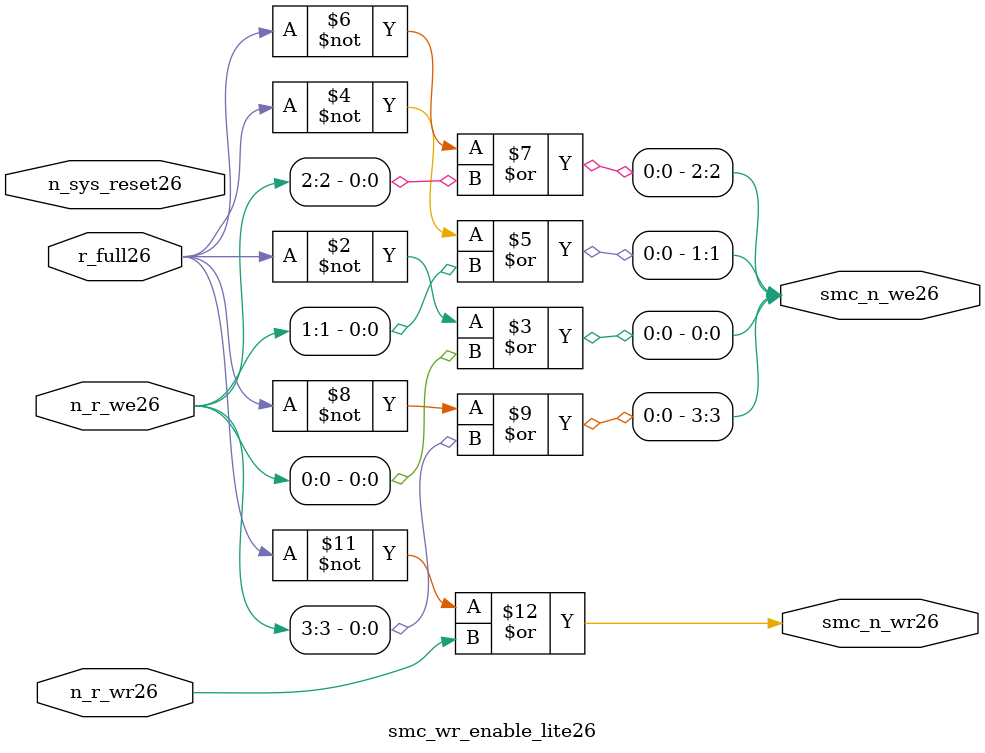
<source format=v>


  module smc_wr_enable_lite26 (

                      //inputs26                      

                      n_sys_reset26,
                      r_full26,
                      n_r_we26,
                      n_r_wr26,

                      //outputs26

                      smc_n_we26,
                      smc_n_wr26);

//I26/O26
   
   input             n_sys_reset26;   //system reset
   input             r_full26;    // Full cycle write strobe26
   input [3:0]       n_r_we26;    //write enable from smc_strobe26
   input             n_r_wr26;    //write strobe26 from smc_strobe26
   output [3:0]      smc_n_we26;  // write enable (active low26)
   output            smc_n_wr26;  // write strobe26 (active low26)
   
   
//output reg declaration26.
   
   reg [3:0]          smc_n_we26;
   reg                smc_n_wr26;

//----------------------------------------------------------------------
// negedge strobes26 with clock26.
//----------------------------------------------------------------------
      

//----------------------------------------------------------------------
      
//--------------------------------------------------------------------
// Gate26 Write strobes26 with clock26.
//--------------------------------------------------------------------

  always @(r_full26 or n_r_we26)
  
  begin
  
     smc_n_we26[0] = ((~r_full26  ) | n_r_we26[0] );

     smc_n_we26[1] = ((~r_full26  ) | n_r_we26[1] );

     smc_n_we26[2] = ((~r_full26  ) | n_r_we26[2] );

     smc_n_we26[3] = ((~r_full26  ) | n_r_we26[3] );

  
  end

//--------------------------------------------------------------------   
//write strobe26 generation26
//--------------------------------------------------------------------   

  always @(n_r_wr26 or r_full26 )
  
     begin
  
        smc_n_wr26 = ((~r_full26 ) | n_r_wr26 );
       
     end

endmodule // smc_wr_enable26


</source>
